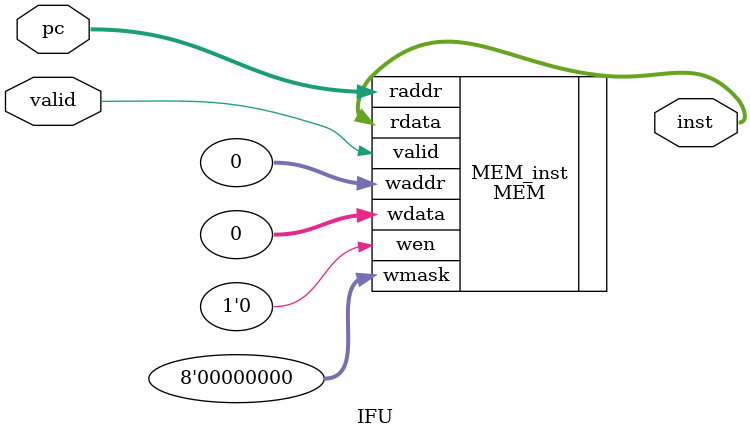
<source format=v>
`timescale 1ns / 1ps

module IFU(
    input              [  31: 0] pc                         ,
    input                        valid                      ,
    output reg         [  31: 0] inst                       
);



MEM MEM_inst(
    .valid                       (valid                     ),
    .raddr                       (pc                        ),
    .wdata                       (32'd0                     ),
    .wmask                       (8'd0                      ),
    .waddr                       (32'd0                     ),
    .wen                         (1'd0                      ),
    .rdata                       (inst                      ) 
);
                                                                   
endmodule


</source>
